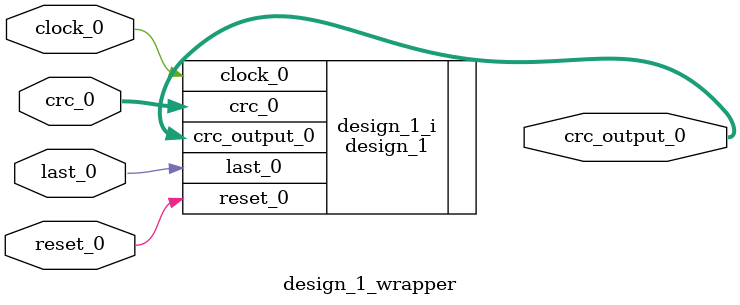
<source format=v>
`timescale 1 ps / 1 ps

module design_1_wrapper
   (clock_0,
    crc_0,
    crc_output_0,
    last_0,
    reset_0);
  input clock_0;
  input [0:7]crc_0;
  output [0:7]crc_output_0;
  input last_0;
  input reset_0;

  wire clock_0;
  wire [0:7]crc_0;
  wire [0:7]crc_output_0;
  wire last_0;
  wire reset_0;

  design_1 design_1_i
       (.clock_0(clock_0),
        .crc_0(crc_0),
        .crc_output_0(crc_output_0),
        .last_0(last_0),
        .reset_0(reset_0));
endmodule

</source>
